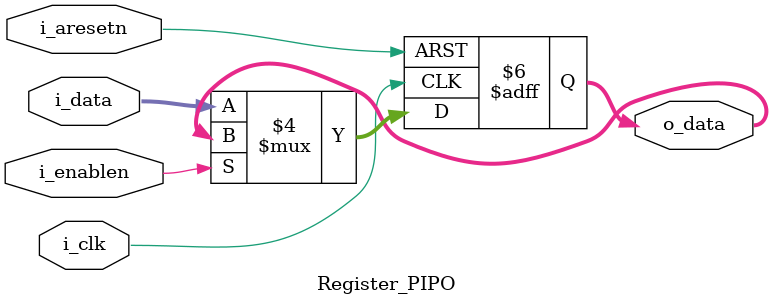
<source format=v>


module Register_PIPO 
	#(parameter BUS_WIDTH=32)
	(
		input wire i_clk,
		input wire i_aresetn,
		input wire i_enablen,
		input wire [BUS_WIDTH-1:0] i_data,
		output reg [BUS_WIDTH-1:0] o_data

	);
	
	always@(posedge i_clk or negedge i_aresetn) begin
		if(!i_aresetn)
			o_data<=0;
		else
			if(!i_enablen)
				o_data<=i_data;
	end




endmodule
</source>
